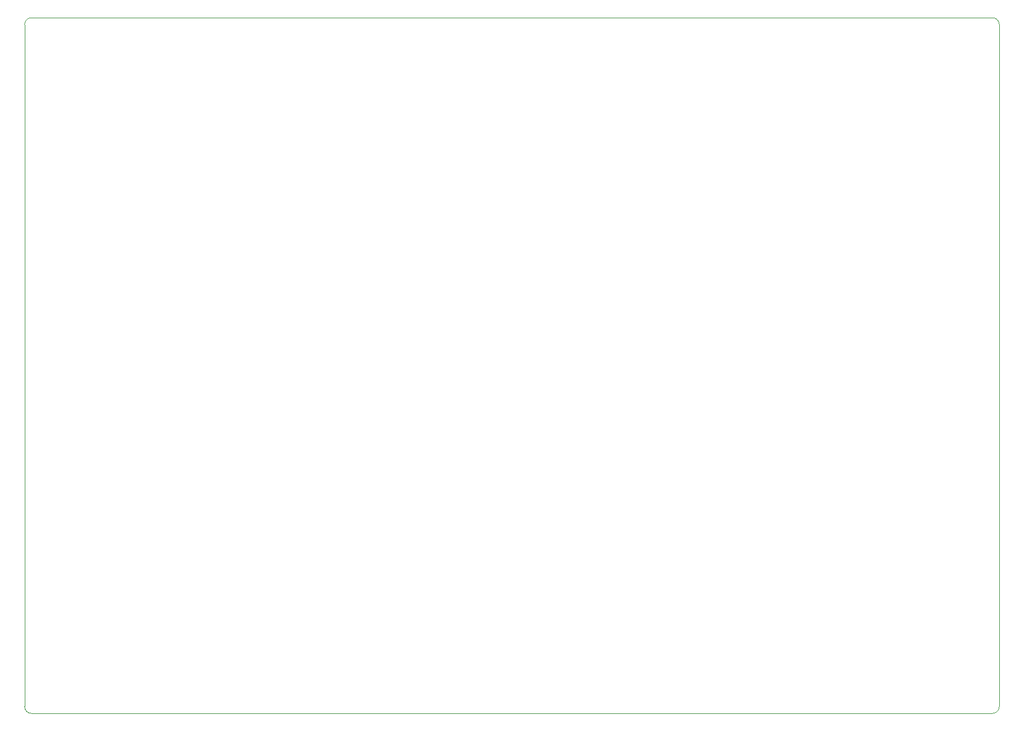
<source format=gm1>
%TF.GenerationSoftware,KiCad,Pcbnew,(6.0.11)*%
%TF.CreationDate,2023-08-11T21:29:26-04:00*%
%TF.ProjectId,1fNoiseAmplifierRev13,31664e6f-6973-4654-916d-706c69666965,rev?*%
%TF.SameCoordinates,Original*%
%TF.FileFunction,Profile,NP*%
%FSLAX46Y46*%
G04 Gerber Fmt 4.6, Leading zero omitted, Abs format (unit mm)*
G04 Created by KiCad (PCBNEW (6.0.11)) date 2023-08-11 21:29:26*
%MOMM*%
%LPD*%
G01*
G04 APERTURE LIST*
%TA.AperFunction,Profile*%
%ADD10C,0.050000*%
%TD*%
G04 APERTURE END LIST*
D10*
X40836231Y-148679869D02*
G75*
G03*
X41836206Y-149679869I999969J-31D01*
G01*
X179836206Y-149679869D02*
X41836206Y-149679869D01*
X180836206Y-50679869D02*
X180836206Y-148679869D01*
X180836231Y-50679869D02*
G75*
G03*
X179836206Y-49679869I-1000031J-31D01*
G01*
X41836206Y-49679906D02*
G75*
G03*
X40836206Y-50679869I-6J-999994D01*
G01*
X40836206Y-100679869D02*
X40836206Y-50679869D01*
X179836206Y-149679806D02*
G75*
G03*
X180836206Y-148679869I94J999906D01*
G01*
X41836206Y-49679869D02*
X179836206Y-49679869D01*
X40836206Y-148679869D02*
X40836206Y-100679869D01*
M02*

</source>
